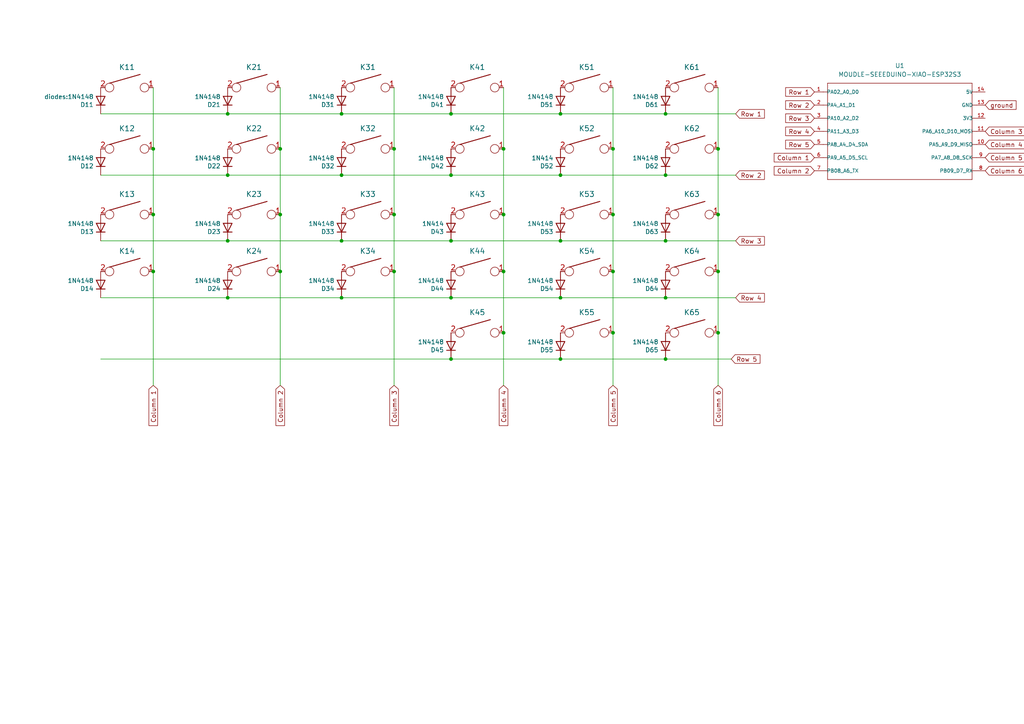
<source format=kicad_sch>
(kicad_sch (version 20230121) (generator eeschema)
  (paper "A4")
  (lib_symbols
    (symbol "diodes:1N4148" (pin_numbers hide) (pin_names (offset 1.016) hide)
      (property "Reference" "D" (at 0 2.54 0))
      (property "Value" "1N4148" (at 0 -2.54 0))
      (symbol "1N4148_0_1"
        (polyline (pts (xy -1.27 1.27) (xy -1.27 -1.27)) (stroke (width 0.254)))
        (polyline (pts (xy 1.27 0) (xy -1.27 0)))
        (polyline (pts (xy 1.27 1.27) (xy 1.27 -1.27) (xy -1.27 0) (xy 1.27 1.27)) (stroke (width 0.254)))
      )
      (symbol "1N4148_1_1"
        (pin passive line (at -3.81 0 0) (length 2.54) (name "K") (number "1"))
        (pin passive line (at 3.81 0 180) (length 2.54) (name "A") (number "2"))
      )
    )
    (symbol "mini-rescue:KEYSW-redox_rev1-rescue-fifth-rescue" (pin_names (offset 1.016))
      (property "Reference" "K?" (at -1.27 0 0))
      (symbol "KEYSW-redox_rev1-rescue-fifth-rescue_0_1"
        (circle (center -5.08 0) (radius 1.27))
        (polyline (pts (xy -5.08 1.27) (xy 3.81 3.81)) (stroke (width 0.254)))
        (circle (center 5.08 0) (radius 1.27))
      )
      (symbol "KEYSW-redox_rev1-rescue-fifth-rescue_1_1"
        (pin passive line (at 7.62 0 180) (length 1.27) (name "~") (number "1"))
        (pin passive line (at -7.62 0 0) (length 1.27) (name "~") (number "2"))
      )
    )
    (symbol "xiao_ble_sense:MOUDLE-SEEEDUINO-XIAO-ESP32S3" (pin_names (offset 1.016))
      (property "Reference" "U" (at -21.59 15.24 0))
      (property "Value" "MOUDLE-SEEEDUINO-XIAO-ESP32S3" (at -21.59 13.97 0))
      (symbol "MOUDLE-SEEEDUINO-XIAO-ESP32S3_0_0"
        (polyline (pts (xy -21.59 -13.97) (xy -21.59 0)) (stroke (width 0.1524)))
        (polyline (pts (xy -21.59 -11.43) (xy -22.86 -11.43)) (stroke (width 0.1524)))
        (polyline (pts (xy -21.59 -7.62) (xy -22.86 -7.62)) (stroke (width 0.1524)))
        (polyline (pts (xy -21.59 -3.81) (xy -22.86 -3.81)) (stroke (width 0.1524)))
        (polyline (pts (xy -21.59 0) (xy -22.86 0)) (stroke (width 0.1524)))
        (polyline (pts (xy -21.59 0) (xy -21.59 3.81)) (stroke (width 0.1524)))
        (polyline (pts (xy -21.59 3.81) (xy -22.86 3.81)) (stroke (width 0.1524)))
        (polyline (pts (xy -21.59 3.81) (xy -21.59 7.62)) (stroke (width 0.1524)))
        (polyline (pts (xy -21.59 7.62) (xy -22.86 7.62)) (stroke (width 0.1524)))
        (polyline (pts (xy -21.59 7.62) (xy -21.59 11.43)) (stroke (width 0.1524)))
        (polyline (pts (xy -21.59 11.43) (xy -22.86 11.43)) (stroke (width 0.1524)))
        (polyline (pts (xy -21.59 11.43) (xy -21.59 13.97)) (stroke (width 0.1524)))
        (polyline (pts (xy -21.59 13.97) (xy 20.32 13.97)) (stroke (width 0.1524)))
        (polyline (pts (xy 20.32 -13.97) (xy -21.59 -13.97)) (stroke (width 0.1524)))
        (polyline (pts (xy 20.32 3.81) (xy 20.32 -13.97)) (stroke (width 0.1524)))
        (polyline (pts (xy 20.32 7.62) (xy 20.32 3.81)) (stroke (width 0.1524)))
        (polyline (pts (xy 20.32 11.43) (xy 20.32 7.62)) (stroke (width 0.1524)))
        (polyline (pts (xy 20.32 13.97) (xy 20.32 11.43)) (stroke (width 0.1524)))
        (polyline (pts (xy 21.59 -11.43) (xy 20.32 -11.43)) (stroke (width 0.1524)))
        (polyline (pts (xy 21.59 -7.62) (xy 20.32 -7.62)) (stroke (width 0.1524)))
        (polyline (pts (xy 21.59 -3.81) (xy 20.32 -3.81)) (stroke (width 0.1524)))
        (polyline (pts (xy 21.59 0) (xy 20.32 0)) (stroke (width 0.1524)))
        (polyline (pts (xy 21.59 3.81) (xy 20.32 3.81)) (stroke (width 0.1524)))
        (polyline (pts (xy 21.59 7.62) (xy 20.32 7.62)) (stroke (width 0.1524)))
        (polyline (pts (xy 21.59 11.43) (xy 20.32 11.43)) (stroke (width 0.1524)))
        (pin bidirectional line (at -25.4 11.43 0) (length 2.54) (name "PA02_A0_D0") (number "1"))
        (pin bidirectional line (at 24.13 -3.81 180) (length 2.54) (name "PA5_A9_D9_MISO") (number "10"))
        (pin bidirectional line (at 24.13 0 180) (length 2.54) (name "PA6_A10_D10_MOSI") (number "11"))
        (pin bidirectional line (at 24.13 3.81 180) (length 2.54) (name "3V3") (number "12"))
        (pin bidirectional line (at 24.13 7.62 180) (length 2.54) (name "GND") (number "13"))
        (pin bidirectional line (at 24.13 11.43 180) (length 2.54) (name "5V") (number "14"))
        (pin bidirectional line (at -25.4 7.62 0) (length 2.54) (name "PA4_A1_D1") (number "2"))
        (pin bidirectional line (at -25.4 3.81 0) (length 2.54) (name "PA10_A2_D2") (number "3"))
        (pin bidirectional line (at -25.4 0 0) (length 2.54) (name "PA11_A3_D3") (number "4"))
        (pin bidirectional line (at -25.4 -3.81 0) (length 2.54) (name "PA8_A4_D4_SDA") (number "5"))
        (pin bidirectional line (at -25.4 -7.62 0) (length 2.54) (name "PA9_A5_D5_SCL") (number "6"))
        (pin bidirectional line (at -25.4 -11.43 0) (length 2.54) (name "PB08_A6_TX") (number "7"))
        (pin bidirectional line (at 24.13 -11.43 180) (length 2.54) (name "PB09_D7_RX") (number "8"))
        (pin bidirectional line (at 24.13 -7.62 180) (length 2.54) (name "PA7_A8_D8_SCK") (number "9"))
      )
    )
  )
  (junction (at 177.8 78.74))
  (junction (at 130.81 86.36))
  (junction (at 162.56 50.8))
  (junction (at 66.04 86.36))
  (junction (at 162.56 69.85))
  (junction (at 66.04 50.8))
  (junction (at 99.06 86.36))
  (junction (at 81.28 62.23))
  (junction (at 208.28 96.52))
  (junction (at 114.3 62.23))
  (junction (at 44.45 62.23))
  (junction (at 130.81 69.85))
  (junction (at 130.81 33.02))
  (junction (at 130.81 104.14))
  (junction (at 146.05 62.23))
  (junction (at 99.06 69.85))
  (junction (at 193.04 50.8))
  (junction (at 177.8 62.23))
  (junction (at 193.04 69.85))
  (junction (at 114.3 78.74))
  (junction (at 162.56 104.14))
  (junction (at 193.04 86.36))
  (junction (at 99.06 33.02))
  (junction (at 177.8 96.52))
  (junction (at 130.81 50.8))
  (junction (at 146.05 43.18))
  (junction (at 146.05 96.52))
  (junction (at 193.04 33.02))
  (junction (at 44.45 43.18))
  (junction (at 162.56 86.36))
  (junction (at 81.28 78.74))
  (junction (at 208.28 62.23))
  (junction (at 44.45 78.74))
  (junction (at 208.28 43.18))
  (junction (at 162.56 33.02))
  (junction (at 66.04 33.02))
  (junction (at 81.28 43.18))
  (junction (at 177.8 43.18))
  (junction (at 146.05 78.74))
  (junction (at 99.06 50.8))
  (junction (at 114.3 43.18))
  (junction (at 193.04 104.14))
  (junction (at 208.28 78.74))
  (junction (at 66.04 69.85))
  (wire (pts (xy 177.8 78.74) (xy 177.8 96.52)))
  (wire (pts (xy 29.21 104.14) (xy 130.81 104.14)))
  (wire (pts (xy 66.04 86.36) (xy 99.06 86.36)))
  (wire (pts (xy 162.56 69.85) (xy 193.04 69.85)))
  (wire (pts (xy 177.8 62.23) (xy 177.8 78.74)))
  (wire (pts (xy 146.05 43.18) (xy 146.05 62.23)))
  (wire (pts (xy 162.56 104.14) (xy 193.04 104.14)))
  (wire (pts (xy 114.3 62.23) (xy 114.3 78.74)))
  (wire (pts (xy 130.81 50.8) (xy 162.56 50.8)))
  (wire (pts (xy 146.05 78.74) (xy 146.05 96.52)))
  (wire (pts (xy 162.56 86.36) (xy 193.04 86.36)))
  (wire (pts (xy 162.56 50.8) (xy 193.04 50.8)))
  (wire (pts (xy 177.8 25.4) (xy 177.8 43.18)))
  (wire (pts (xy 81.28 62.23) (xy 81.28 78.74)))
  (wire (pts (xy 29.21 69.85) (xy 66.04 69.85)))
  (wire (pts (xy 99.06 86.36) (xy 130.81 86.36)))
  (wire (pts (xy 146.05 96.52) (xy 146.05 111.76)))
  (wire (pts (xy 44.45 43.18) (xy 44.45 62.23)))
  (wire (pts (xy 81.28 25.4) (xy 81.28 43.18)))
  (wire (pts (xy 130.81 86.36) (xy 162.56 86.36)))
  (wire (pts (xy 44.45 25.4) (xy 44.45 43.18)))
  (wire (pts (xy 29.21 86.36) (xy 66.04 86.36)))
  (wire (pts (xy 208.28 43.18) (xy 208.28 62.23)))
  (wire (pts (xy 177.8 96.52) (xy 177.8 111.76)))
  (wire (pts (xy 81.28 78.74) (xy 81.28 111.76)))
  (wire (pts (xy 99.06 69.85) (xy 130.81 69.85)))
  (wire (pts (xy 177.8 43.18) (xy 177.8 62.23)))
  (wire (pts (xy 114.3 78.74) (xy 114.3 111.76)))
  (wire (pts (xy 114.3 25.4) (xy 114.3 43.18)))
  (wire (pts (xy 114.3 43.18) (xy 114.3 62.23)))
  (wire (pts (xy 130.81 69.85) (xy 162.56 69.85)))
  (wire (pts (xy 193.04 69.85) (xy 213.36 69.85)))
  (wire (pts (xy 66.04 33.02) (xy 99.06 33.02)))
  (wire (pts (xy 208.28 96.52) (xy 208.28 111.76)))
  (wire (pts (xy 130.81 33.02) (xy 162.56 33.02)))
  (wire (pts (xy 146.05 25.4) (xy 146.05 43.18)))
  (wire (pts (xy 99.06 50.8) (xy 130.81 50.8)))
  (wire (pts (xy 29.21 50.8) (xy 66.04 50.8)))
  (wire (pts (xy 193.04 50.8) (xy 213.36 50.8)))
  (wire (pts (xy 130.81 104.14) (xy 162.56 104.14)))
  (wire (pts (xy 162.56 33.02) (xy 193.04 33.02)))
  (wire (pts (xy 208.28 25.4) (xy 208.28 43.18)))
  (wire (pts (xy 208.28 78.74) (xy 208.28 96.52)))
  (wire (pts (xy 81.28 43.18) (xy 81.28 62.23)))
  (wire (pts (xy 146.05 62.23) (xy 146.05 78.74)))
  (wire (pts (xy 208.28 62.23) (xy 208.28 78.74)))
  (wire (pts (xy 66.04 69.85) (xy 99.06 69.85)))
  (wire (pts (xy 44.45 78.74) (xy 44.45 111.76)))
  (wire (pts (xy 44.45 62.23) (xy 44.45 78.74)))
  (wire (pts (xy 29.21 33.02) (xy 66.04 33.02)))
  (wire (pts (xy 193.04 86.36) (xy 213.36 86.36)))
  (wire (pts (xy 193.04 33.02) (xy 213.36 33.02)))
  (wire (pts (xy 99.06 33.02) (xy 130.81 33.02)))
  (wire (pts (xy 66.04 50.8) (xy 99.06 50.8)))
  (wire (pts (xy 193.04 104.14) (xy 212.09 104.14)))
  (global_label "ground" (shape input) (at 285.75 30.48 0) (property "Intersheetrefs" "${INTERSHEET_REFS}" (effects hide)))
  (global_label "Column 5" (shape input) (at 285.75 45.72 0) (property "Intersheetrefs" "${INTERSHEET_REFS}" (effects hide)))
  (global_label "Column 6" (shape input) (at 285.75 49.53 0) (property "Intersheetrefs" "${INTERSHEET_REFS}" (effects hide)))
  (global_label "Column 4" (shape input) (at 146.05 111.76 270) (property "Intersheetrefs" "${INTERSHEET_REFS}" (effects hide)))
  (global_label "Column 1" (shape input) (at 236.22 45.72 180) (property "Intersheetrefs" "${INTERSHEET_REFS}" (effects hide)))
  (global_label "Row 1" (shape input) (at 236.22 26.67 180) (property "Intersheetrefs" "${INTERSHEET_REFS}" (effects hide)))
  (global_label "Column 5" (shape input) (at 177.8 111.76 270) (property "Intersheetrefs" "${INTERSHEET_REFS}" (effects hide)))
  (global_label "Row 5" (shape input) (at 212.09 104.14 0) (property "Intersheetrefs" "${INTERSHEET_REFS}" (effects hide)))
  (global_label "Row 5" (shape input) (at 236.22 41.91 180) (property "Intersheetrefs" "${INTERSHEET_REFS}" (effects hide)))
  (global_label "Column 2" (shape input) (at 236.22 49.53 180) (property "Intersheetrefs" "${INTERSHEET_REFS}" (effects hide)))
  (global_label "Row 3" (shape input) (at 213.36 69.85 0) (property "Intersheetrefs" "${INTERSHEET_REFS}" (effects hide)))
  (global_label "Row 3" (shape input) (at 236.22 34.29 180) (property "Intersheetrefs" "${INTERSHEET_REFS}" (effects hide)))
  (global_label "Row 1" (shape input) (at 213.36 33.02 0) (property "Intersheetrefs" "${INTERSHEET_REFS}" (effects hide)))
  (global_label "Column 3" (shape input) (at 285.75 38.1 0) (property "Intersheetrefs" "${INTERSHEET_REFS}" (effects hide)))
  (global_label "Column 3" (shape input) (at 114.3 111.76 270) (property "Intersheetrefs" "${INTERSHEET_REFS}" (effects hide)))
  (global_label "Row 2" (shape input) (at 236.22 30.48 180) (property "Intersheetrefs" "${INTERSHEET_REFS}" (effects hide)))
  (global_label "Column 4" (shape input) (at 285.75 41.91 0) (property "Intersheetrefs" "${INTERSHEET_REFS}" (effects hide)))
  (global_label "Row 4" (shape input) (at 213.36 86.36 0) (property "Intersheetrefs" "${INTERSHEET_REFS}" (effects hide)))
  (global_label "Row 2" (shape input) (at 213.36 50.8 0) (property "Intersheetrefs" "${INTERSHEET_REFS}" (effects hide)))
  (global_label "Column 1" (shape input) (at 44.45 111.76 270) (property "Intersheetrefs" "${INTERSHEET_REFS}" (effects hide)))
  (global_label "Column 2" (shape input) (at 81.28 111.76 270) (property "Intersheetrefs" "${INTERSHEET_REFS}" (effects hide)))
  (global_label "Row 4" (shape input) (at 236.22 38.1 180) (property "Intersheetrefs" "${INTERSHEET_REFS}" (effects hide)))
  (global_label "Column 6" (shape input) (at 208.28 111.76 270) (property "Intersheetrefs" "${INTERSHEET_REFS}" (effects hide)))
  (symbol (lib_id "mini-rescue:KEYSW-redox_rev1-rescue-fifth-rescue") (at 36.83 43.18 0) (unit 1)
    (property "Reference" "K12" (at 36.83 37.2618 0) (effects (font (size 1.524 1.524))))
    (property "Value" "key" (effects hide))
    (property "Footprint" "kbd:CherryMX_Choc_Hotswap" (effects hide))
  )
  (symbol (lib_id "diodes:1N4148") (at 99.06 66.04 90) (unit 1)
    (property "Reference" "D33" (at 97.028 67.2084 90) (effects (justify left)))
    (property "Value" "1N4148" (at 97.028 64.897 90) (effects (justify left)))
    (property "Footprint" "kbd:D3_TH_SMD_v2" (effects hide))
    (property "Datasheet" "https://assets.nexperia.com/documents/data-sheet/1N4148_1N4448.pdf" (effects hide))
  )
  (symbol (lib_id "xiao_ble_sense:MOUDLE-SEEEDUINO-XIAO-ESP32S3") (at 261.62 38.1 0) (unit 1)
    (property "Reference" "U1" (at 260.985 19.05 0))
    (property "Value" "MOUDLE-SEEEDUINO-XIAO-ESP32S3" (at 260.985 21.59 0))
    (property "Footprint" "xiaobleseed:XIAO-Generic-Hybrid-14P-2.54-21X17.8MM" (effects hide))
  )
  (symbol (lib_id "diodes:1N4148") (at 193.04 100.33 90) (unit 1)
    (property "Reference" "D65" (at 191.008 101.4984 90) (effects (justify left)))
    (property "Value" "1N4148" (at 191.008 99.187 90) (effects (justify left)))
    (property "Footprint" "kbd:D3_TH_SMD_v2" (effects hide))
    (property "Datasheet" "https://assets.nexperia.com/documents/data-sheet/1N4148_1N4448.pdf" (effects hide))
  )
  (symbol (lib_id "mini-rescue:KEYSW-redox_rev1-rescue-fifth-rescue") (at 73.66 25.4 0) (unit 1)
    (property "Reference" "K21" (at 73.66 19.4818 0) (effects (font (size 1.524 1.524))))
    (property "Value" "key" (effects hide))
    (property "Footprint" "kbd:CherryMX_Choc_Hotswap" (effects hide))
  )
  (symbol (lib_id "diodes:1N4148") (at 130.81 82.55 90) (unit 1)
    (property "Reference" "D44" (at 128.778 83.7184 90) (effects (justify left)))
    (property "Value" "1N4148" (at 128.778 81.407 90) (effects (justify left)))
    (property "Footprint" "kbd:D3_TH_SMD_v2" (effects hide))
    (property "Datasheet" "https://assets.nexperia.com/documents/data-sheet/1N4148_1N4448.pdf" (effects hide))
  )
  (symbol (lib_id "diodes:1N4148") (at 29.21 46.99 90) (unit 1)
    (property "Reference" "D12" (at 27.178 48.1584 90) (effects (justify left)))
    (property "Value" "1N4148" (at 27.178 45.847 90) (effects (justify left)))
    (property "Footprint" "kbd:D3_TH_SMD_v2" (effects hide))
    (property "Datasheet" "https://assets.nexperia.com/documents/data-sheet/1N4148_1N4448.pdf" (effects hide))
  )
  (symbol (lib_id "diodes:1N4148") (at 162.56 46.99 90) (unit 1)
    (property "Reference" "D52" (at 160.528 48.1584 90) (effects (justify left)))
    (property "Value" "1N414" (at 160.528 45.847 90) (effects (justify left)))
    (property "Footprint" "kbd:D3_TH_SMD_v2" (effects hide))
    (property "Datasheet" "https://assets.nexperia.com/documents/data-sheet/1N4148_1N4448.pdf" (effects hide))
  )
  (symbol (lib_id "diodes:1N4148") (at 130.81 66.04 90) (unit 1)
    (property "Reference" "D43" (at 128.778 67.2084 90) (effects (justify left)))
    (property "Value" "1N414" (at 128.778 64.897 90) (effects (justify left)))
    (property "Footprint" "kbd:D3_TH_SMD_v2" (effects hide))
    (property "Datasheet" "https://assets.nexperia.com/documents/data-sheet/1N4148_1N4448.pdf" (effects hide))
  )
  (symbol (lib_id "diodes:1N4148") (at 193.04 82.55 90) (unit 1)
    (property "Reference" "D64" (at 191.008 83.7184 90) (effects (justify left)))
    (property "Value" "1N4148" (at 191.008 81.407 90) (effects (justify left)))
    (property "Footprint" "kbd:D3_TH_SMD_v2" (effects hide))
    (property "Datasheet" "https://assets.nexperia.com/documents/data-sheet/1N4148_1N4448.pdf" (effects hide))
  )
  (symbol (lib_id "diodes:1N4148") (at 99.06 82.55 90) (unit 1)
    (property "Reference" "D34" (at 97.028 83.7184 90) (effects (justify left)))
    (property "Value" "1N4148" (at 97.028 81.407 90) (effects (justify left)))
    (property "Footprint" "kbd:D3_TH_SMD_v2" (effects hide))
    (property "Datasheet" "https://assets.nexperia.com/documents/data-sheet/1N4148_1N4448.pdf" (effects hide))
  )
  (symbol (lib_id "diodes:1N4148") (at 193.04 66.04 90) (unit 1)
    (property "Reference" "D63" (at 191.008 67.2084 90) (effects (justify left)))
    (property "Value" "1N4148" (at 191.008 64.897 90) (effects (justify left)))
    (property "Footprint" "kbd:D3_TH_SMD_v2" (effects hide))
    (property "Datasheet" "https://assets.nexperia.com/documents/data-sheet/1N4148_1N4448.pdf" (effects hide))
  )
  (symbol (lib_id "diodes:1N4148") (at 29.21 82.55 90) (unit 1)
    (property "Reference" "D14" (at 27.178 83.7184 90) (effects (justify left)))
    (property "Value" "1N4148" (at 27.178 81.407 90) (effects (justify left)))
    (property "Footprint" "kbd:D3_TH_SMD_v2" (effects hide))
    (property "Datasheet" "https://assets.nexperia.com/documents/data-sheet/1N4148_1N4448.pdf" (effects hide))
  )
  (symbol (lib_id "diodes:1N4148") (at 130.81 46.99 90) (unit 1)
    (property "Reference" "D42" (at 128.778 48.1584 90) (effects (justify left)))
    (property "Value" "1N4148" (at 128.778 45.847 90) (effects (justify left)))
    (property "Footprint" "kbd:D3_TH_SMD_v2" (effects hide))
    (property "Datasheet" "https://assets.nexperia.com/documents/data-sheet/1N4148_1N4448.pdf" (effects hide))
  )
  (symbol (lib_id "mini-rescue:KEYSW-redox_rev1-rescue-fifth-rescue") (at 73.66 43.18 0) (unit 1)
    (property "Reference" "K22" (at 73.66 37.2618 0) (effects (font (size 1.524 1.524))))
    (property "Value" "key" (effects hide))
    (property "Footprint" "kbd:CherryMX_Choc_Hotswap" (effects hide))
  )
  (symbol (lib_id "diodes:1N4148") (at 66.04 82.55 90) (unit 1)
    (property "Reference" "D24" (at 64.008 83.7184 90) (effects (justify left)))
    (property "Value" "1N4148" (at 64.008 81.407 90) (effects (justify left)))
    (property "Footprint" "kbd:D3_TH_SMD_v2" (effects hide))
    (property "Datasheet" "https://assets.nexperia.com/documents/data-sheet/1N4148_1N4448.pdf" (effects hide))
  )
  (symbol (lib_id "diodes:1N4148") (at 66.04 66.04 90) (unit 1)
    (property "Reference" "D23" (at 64.008 67.2084 90) (effects (justify left)))
    (property "Value" "1N4148" (at 64.008 64.897 90) (effects (justify left)))
    (property "Footprint" "kbd:D3_TH_SMD_v2" (effects hide))
    (property "Datasheet" "https://assets.nexperia.com/documents/data-sheet/1N4148_1N4448.pdf" (effects hide))
  )
  (symbol (lib_id "mini-rescue:KEYSW-redox_rev1-rescue-fifth-rescue") (at 106.68 43.18 0) (unit 1)
    (property "Reference" "K32" (at 106.68 37.2618 0) (effects (font (size 1.524 1.524))))
    (property "Value" "key" (effects hide))
    (property "Footprint" "kbd:CherryMX_Choc_Hotswap" (effects hide))
  )
  (symbol (lib_id "mini-rescue:KEYSW-redox_rev1-rescue-fifth-rescue") (at 36.83 25.4 0) (unit 1)
    (property "Reference" "K11" (at 36.83 19.4818 0) (effects (font (size 1.524 1.524))))
    (property "Value" "key" (effects hide))
    (property "Footprint" "kbd:CherryMX_Choc_Hotswap" (effects hide))
  )
  (symbol (lib_id "mini-rescue:KEYSW-redox_rev1-rescue-fifth-rescue") (at 170.18 96.52 0) (unit 1)
    (property "Reference" "K55" (at 170.18 90.6018 0) (effects (font (size 1.524 1.524))))
    (property "Value" "key" (effects hide))
    (property "Footprint" "kbd:CherryMX_Choc_Hotswap" (effects hide))
  )
  (symbol (lib_id "diodes:1N4148") (at 99.06 29.21 90) (unit 1)
    (property "Reference" "D31" (at 97.028 30.3784 90) (effects (justify left)))
    (property "Value" "1N4148" (at 97.028 28.067 90) (effects (justify left)))
    (property "Footprint" "kbd:D3_TH_SMD_v2" (effects hide))
    (property "Datasheet" "https://assets.nexperia.com/documents/data-sheet/1N4148_1N4448.pdf" (effects hide))
  )
  (symbol (lib_id "mini-rescue:KEYSW-redox_rev1-rescue-fifth-rescue") (at 73.66 78.74 0) (unit 1)
    (property "Reference" "K24" (at 73.66 72.8218 0) (effects (font (size 1.524 1.524))))
    (property "Value" "key" (effects hide))
    (property "Footprint" "kbd:CherryMX_Choc_Hotswap" (effects hide))
  )
  (symbol (lib_id "mini-rescue:KEYSW-redox_rev1-rescue-fifth-rescue") (at 170.18 78.74 0) (unit 1)
    (property "Reference" "K54" (at 170.18 72.8218 0) (effects (font (size 1.524 1.524))))
    (property "Value" "key" (effects hide))
    (property "Footprint" "kbd:CherryMX_Choc_Hotswap" (effects hide))
  )
  (symbol (lib_id "mini-rescue:KEYSW-redox_rev1-rescue-fifth-rescue") (at 36.83 78.74 0) (unit 1)
    (property "Reference" "K14" (at 36.83 72.8218 0) (effects (font (size 1.524 1.524))))
    (property "Value" "key" (effects hide))
    (property "Footprint" "kbd:CherryMX_Choc_Hotswap" (effects hide))
  )
  (symbol (lib_id "mini-rescue:KEYSW-redox_rev1-rescue-fifth-rescue") (at 200.66 43.18 0) (unit 1)
    (property "Reference" "K62" (at 200.66 37.2618 0) (effects (font (size 1.524 1.524))))
    (property "Value" "key" (effects hide))
    (property "Footprint" "kbd:CherryMX_Choc_Hotswap" (effects hide))
  )
  (symbol (lib_id "mini-rescue:KEYSW-redox_rev1-rescue-fifth-rescue") (at 200.66 25.4 0) (unit 1)
    (property "Reference" "K61" (at 200.66 19.4818 0) (effects (font (size 1.524 1.524))))
    (property "Value" "key" (effects hide))
    (property "Footprint" "kbd:CherryMX_Choc_Hotswap" (effects hide))
  )
  (symbol (lib_id "mini-rescue:KEYSW-redox_rev1-rescue-fifth-rescue") (at 170.18 25.4 0) (unit 1)
    (property "Reference" "K51" (at 170.18 19.4818 0) (effects (font (size 1.524 1.524))))
    (property "Value" "key" (effects hide))
    (property "Footprint" "kbd:CherryMX_Choc_Hotswap" (effects hide))
  )
  (symbol (lib_id "diodes:1N4148") (at 130.81 100.33 90) (unit 1)
    (property "Reference" "D45" (at 128.778 101.4984 90) (effects (justify left)))
    (property "Value" "1N4148" (at 128.778 99.187 90) (effects (justify left)))
    (property "Footprint" "kbd:D3_TH_SMD_v2" (effects hide))
    (property "Datasheet" "https://assets.nexperia.com/documents/data-sheet/1N4148_1N4448.pdf" (effects hide))
  )
  (symbol (lib_id "mini-rescue:KEYSW-redox_rev1-rescue-fifth-rescue") (at 138.43 78.74 0) (unit 1)
    (property "Reference" "K44" (at 138.43 72.8218 0) (effects (font (size 1.524 1.524))))
    (property "Value" "key" (effects hide))
    (property "Footprint" "kbd:CherryMX_Choc_Hotswap" (effects hide))
  )
  (symbol (lib_id "diodes:1N4148") (at 99.06 46.99 90) (unit 1)
    (property "Reference" "D32" (at 97.028 48.1584 90) (effects (justify left)))
    (property "Value" "1N4148" (at 97.028 45.847 90) (effects (justify left)))
    (property "Footprint" "kbd:D3_TH_SMD_v2" (effects hide))
    (property "Datasheet" "https://assets.nexperia.com/documents/data-sheet/1N4148_1N4448.pdf" (effects hide))
  )
  (symbol (lib_id "mini-rescue:KEYSW-redox_rev1-rescue-fifth-rescue") (at 170.18 62.23 0) (unit 1)
    (property "Reference" "K53" (at 170.18 56.3118 0) (effects (font (size 1.524 1.524))))
    (property "Value" "key" (effects hide))
    (property "Footprint" "kbd:CherryMX_Choc_Hotswap" (effects hide))
  )
  (symbol (lib_id "diodes:1N4148") (at 66.04 46.99 90) (unit 1)
    (property "Reference" "D22" (at 64.008 48.1584 90) (effects (justify left)))
    (property "Value" "1N4148" (at 64.008 45.847 90) (effects (justify left)))
    (property "Footprint" "kbd:D3_TH_SMD_v2" (effects hide))
    (property "Datasheet" "https://assets.nexperia.com/documents/data-sheet/1N4148_1N4448.pdf" (effects hide))
  )
  (symbol (lib_id "diodes:1N4148") (at 29.21 66.04 90) (unit 1)
    (property "Reference" "D13" (at 27.178 67.2084 90) (effects (justify left)))
    (property "Value" "1N4148" (at 27.178 64.897 90) (effects (justify left)))
    (property "Footprint" "kbd:D3_TH_SMD_v2" (effects hide))
    (property "Datasheet" "https://assets.nexperia.com/documents/data-sheet/1N4148_1N4448.pdf" (effects hide))
  )
  (symbol (lib_id "diodes:1N4148") (at 193.04 46.99 90) (unit 1)
    (property "Reference" "D62" (at 191.008 48.1584 90) (effects (justify left)))
    (property "Value" "1N4148" (at 191.008 45.847 90) (effects (justify left)))
    (property "Footprint" "kbd:D3_TH_SMD_v2" (effects hide))
    (property "Datasheet" "https://assets.nexperia.com/documents/data-sheet/1N4148_1N4448.pdf" (effects hide))
  )
  (symbol (lib_id "diodes:1N4148") (at 162.56 29.21 90) (unit 1)
    (property "Reference" "D51" (at 160.528 30.3784 90) (effects (justify left)))
    (property "Value" "1N4148" (at 160.528 28.067 90) (effects (justify left)))
    (property "Footprint" "kbd:D3_TH_SMD_v2" (effects hide))
    (property "Datasheet" "https://assets.nexperia.com/documents/data-sheet/1N4148_1N4448.pdf" (effects hide))
  )
  (symbol (lib_id "diodes:1N4148") (at 162.56 100.33 90) (unit 1)
    (property "Reference" "D55" (at 160.528 101.4984 90) (effects (justify left)))
    (property "Value" "1N4148" (at 160.528 99.187 90) (effects (justify left)))
    (property "Footprint" "kbd:D3_TH_SMD_v2" (effects hide))
    (property "Datasheet" "https://assets.nexperia.com/documents/data-sheet/1N4148_1N4448.pdf" (effects hide))
  )
  (symbol (lib_id "mini-rescue:KEYSW-redox_rev1-rescue-fifth-rescue") (at 138.43 62.23 0) (unit 1)
    (property "Reference" "K43" (at 138.43 56.3118 0) (effects (font (size 1.524 1.524))))
    (property "Value" "key" (effects hide))
    (property "Footprint" "kbd:CherryMX_Choc_Hotswap" (effects hide))
  )
  (symbol (lib_id "mini-rescue:KEYSW-redox_rev1-rescue-fifth-rescue") (at 106.68 62.23 0) (unit 1)
    (property "Reference" "K33" (at 106.68 56.3118 0) (effects (font (size 1.524 1.524))))
    (property "Value" "key" (effects hide))
    (property "Footprint" "kbd:CherryMX_Choc_Hotswap" (effects hide))
  )
  (symbol (lib_id "diodes:1N4148") (at 29.21 29.21 90) (unit 1)
    (property "Reference" "D11" (at 27.178 30.3784 90) (effects (justify left)))
    (property "Value" "diodes:1N4148" (at 27.178 28.067 90) (effects (justify left)))
    (property "Footprint" "kbd:D3_TH_SMD_v2" (effects hide))
    (property "Datasheet" "https://assets.nexperia.com/documents/data-sheet/1N4148_1N4448.pdf" (effects hide))
  )
  (symbol (lib_id "mini-rescue:KEYSW-redox_rev1-rescue-fifth-rescue") (at 200.66 78.74 0) (unit 1)
    (property "Reference" "K64" (at 200.66 72.8218 0) (effects (font (size 1.524 1.524))))
    (property "Value" "key" (effects hide))
    (property "Footprint" "kbd:CherryMX_Choc_Hotswap" (effects hide))
  )
  (symbol (lib_id "diodes:1N4148") (at 162.56 66.04 90) (unit 1)
    (property "Reference" "D53" (at 160.528 67.2084 90) (effects (justify left)))
    (property "Value" "1N4148" (at 160.528 64.897 90) (effects (justify left)))
    (property "Footprint" "kbd:D3_TH_SMD_v2" (effects hide))
    (property "Datasheet" "https://assets.nexperia.com/documents/data-sheet/1N4148_1N4448.pdf" (effects hide))
  )
  (symbol (lib_id "mini-rescue:KEYSW-redox_rev1-rescue-fifth-rescue") (at 138.43 43.18 0) (unit 1)
    (property "Reference" "K42" (at 138.43 37.2618 0) (effects (font (size 1.524 1.524))))
    (property "Value" "key" (effects hide))
    (property "Footprint" "kbd:CherryMX_Choc_Hotswap" (effects hide))
  )
  (symbol (lib_id "diodes:1N4148") (at 162.56 82.55 90) (unit 1)
    (property "Reference" "D54" (at 160.528 83.7184 90) (effects (justify left)))
    (property "Value" "1N4148" (at 160.528 81.407 90) (effects (justify left)))
    (property "Footprint" "kbd:D3_TH_SMD_v2" (effects hide))
    (property "Datasheet" "https://assets.nexperia.com/documents/data-sheet/1N4148_1N4448.pdf" (effects hide))
  )
  (symbol (lib_id "mini-rescue:KEYSW-redox_rev1-rescue-fifth-rescue") (at 200.66 96.52 0) (unit 1)
    (property "Reference" "K65" (at 200.66 90.6018 0) (effects (font (size 1.524 1.524))))
    (property "Value" "key" (effects hide))
    (property "Footprint" "kbd:CherryMX_Choc_Hotswap_1.5u" (effects hide))
  )
  (symbol (lib_id "mini-rescue:KEYSW-redox_rev1-rescue-fifth-rescue") (at 200.66 62.23 0) (unit 1)
    (property "Reference" "K63" (at 200.66 56.3118 0) (effects (font (size 1.524 1.524))))
    (property "Value" "key" (effects hide))
    (property "Footprint" "kbd:CherryMX_Choc_Hotswap" (effects hide))
  )
  (symbol (lib_id "diodes:1N4148") (at 193.04 29.21 90) (unit 1)
    (property "Reference" "D61" (at 191.008 30.3784 90) (effects (justify left)))
    (property "Value" "1N4148" (at 191.008 28.067 90) (effects (justify left)))
    (property "Footprint" "kbd:D3_TH_SMD_v2" (effects hide))
    (property "Datasheet" "https://assets.nexperia.com/documents/data-sheet/1N4148_1N4448.pdf" (effects hide))
  )
  (symbol (lib_id "mini-rescue:KEYSW-redox_rev1-rescue-fifth-rescue") (at 138.43 96.52 0) (unit 1)
    (property "Reference" "K45" (at 138.43 90.6018 0) (effects (font (size 1.524 1.524))))
    (property "Value" "key" (effects hide))
    (property "Footprint" "kbd:CherryMX_Choc_Hotswap" (effects hide))
  )
  (symbol (lib_id "diodes:1N4148") (at 130.81 29.21 90) (unit 1)
    (property "Reference" "D41" (at 128.778 30.3784 90) (effects (justify left)))
    (property "Value" "1N4148" (at 128.778 28.067 90) (effects (justify left)))
    (property "Footprint" "kbd:D3_TH_SMD_v2" (effects hide))
    (property "Datasheet" "https://assets.nexperia.com/documents/data-sheet/1N4148_1N4448.pdf" (effects hide))
  )
  (symbol (lib_id "mini-rescue:KEYSW-redox_rev1-rescue-fifth-rescue") (at 138.43 25.4 0) (unit 1)
    (property "Reference" "K41" (at 138.43 19.4818 0) (effects (font (size 1.524 1.524))))
    (property "Value" "key" (effects hide))
    (property "Footprint" "kbd:CherryMX_Choc_Hotswap" (effects hide))
  )
  (symbol (lib_id "diodes:1N4148") (at 66.04 29.21 90) (unit 1)
    (property "Reference" "D21" (at 64.008 30.3784 90) (effects (justify left)))
    (property "Value" "1N4148" (at 64.008 28.067 90) (effects (justify left)))
    (property "Footprint" "kbd:D3_TH_SMD_v2" (effects hide))
    (property "Datasheet" "https://assets.nexperia.com/documents/data-sheet/1N4148_1N4448.pdf" (effects hide))
  )
  (symbol (lib_id "mini-rescue:KEYSW-redox_rev1-rescue-fifth-rescue") (at 170.18 43.18 0) (unit 1)
    (property "Reference" "K52" (at 170.18 37.2618 0) (effects (font (size 1.524 1.524))))
    (property "Value" "key" (effects hide))
    (property "Footprint" "kbd:CherryMX_Choc_Hotswap" (effects hide))
  )
  (symbol (lib_id "mini-rescue:KEYSW-redox_rev1-rescue-fifth-rescue") (at 36.83 62.23 0) (unit 1)
    (property "Reference" "K13" (at 36.83 56.3118 0) (effects (font (size 1.524 1.524))))
    (property "Value" "key" (effects hide))
    (property "Footprint" "kbd:CherryMX_Choc_Hotswap" (effects hide))
  )
  (symbol (lib_id "mini-rescue:KEYSW-redox_rev1-rescue-fifth-rescue") (at 73.66 62.23 0) (unit 1)
    (property "Reference" "K23" (at 73.66 56.3118 0) (effects (font (size 1.524 1.524))))
    (property "Value" "key" (effects hide))
    (property "Footprint" "kbd:CherryMX_Choc_Hotswap" (effects hide))
  )
  (symbol (lib_id "mini-rescue:KEYSW-redox_rev1-rescue-fifth-rescue") (at 106.68 78.74 0) (unit 1)
    (property "Reference" "K34" (at 106.68 72.8218 0) (effects (font (size 1.524 1.524))))
    (property "Value" "key" (effects hide))
    (property "Footprint" "kbd:CherryMX_Choc_Hotswap" (effects hide))
  )
  (symbol (lib_id "mini-rescue:KEYSW-redox_rev1-rescue-fifth-rescue") (at 106.68 25.4 0) (unit 1)
    (property "Reference" "K31" (at 106.68 19.4818 0) (effects (font (size 1.524 1.524))))
    (property "Value" "key" (effects hide))
    (property "Footprint" "kbd:CherryMX_Choc_Hotswap" (effects hide))
  )
)
</source>
